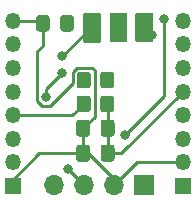
<source format=gbl>
%TF.GenerationSoftware,KiCad,Pcbnew,(5.1.8)-1*%
%TF.CreationDate,2021-05-26T13:43:35+02:00*%
%TF.ProjectId,attnode_v3_micro,6174746e-6f64-4655-9f76-335f6d696372,rev?*%
%TF.SameCoordinates,Original*%
%TF.FileFunction,Copper,L2,Bot*%
%TF.FilePolarity,Positive*%
%FSLAX46Y46*%
G04 Gerber Fmt 4.6, Leading zero omitted, Abs format (unit mm)*
G04 Created by KiCad (PCBNEW (5.1.8)-1) date 2021-05-26 13:43:35*
%MOMM*%
%LPD*%
G01*
G04 APERTURE LIST*
%TA.AperFunction,ComponentPad*%
%ADD10O,1.700000X1.700000*%
%TD*%
%TA.AperFunction,ComponentPad*%
%ADD11R,1.700000X1.700000*%
%TD*%
%TA.AperFunction,ComponentPad*%
%ADD12R,1.350000X1.350000*%
%TD*%
%TA.AperFunction,ComponentPad*%
%ADD13O,1.350000X1.350000*%
%TD*%
%TA.AperFunction,ViaPad*%
%ADD14C,0.800000*%
%TD*%
%TA.AperFunction,Conductor*%
%ADD15C,0.250000*%
%TD*%
G04 APERTURE END LIST*
%TO.P,PRG1.1,1*%
%TO.N,RST*%
%TA.AperFunction,SMDPad,CuDef*%
G36*
G01*
X56880500Y-50350000D02*
X58179500Y-50350000D01*
G75*
G02*
X58280000Y-50450500I0J-100500D01*
G01*
X58280000Y-52749500D01*
G75*
G02*
X58179500Y-52850000I-100500J0D01*
G01*
X56880500Y-52850000D01*
G75*
G02*
X56780000Y-52749500I0J100500D01*
G01*
X56780000Y-50450500D01*
G75*
G02*
X56880500Y-50350000I100500J0D01*
G01*
G37*
%TD.AperFunction*%
%TD*%
%TO.P,PRG1.2,1*%
%TO.N,RX*%
%TA.AperFunction,SMDPad,CuDef*%
G36*
G01*
X59110500Y-50310000D02*
X60409500Y-50310000D01*
G75*
G02*
X60510000Y-50410500I0J-100500D01*
G01*
X60510000Y-52709500D01*
G75*
G02*
X60409500Y-52810000I-100500J0D01*
G01*
X59110500Y-52810000D01*
G75*
G02*
X59010000Y-52709500I0J100500D01*
G01*
X59010000Y-50410500D01*
G75*
G02*
X59110500Y-50310000I100500J0D01*
G01*
G37*
%TD.AperFunction*%
%TD*%
%TO.P,PRG1.3,1*%
%TO.N,TX*%
%TA.AperFunction,SMDPad,CuDef*%
G36*
G01*
X61300500Y-50310000D02*
X62599500Y-50310000D01*
G75*
G02*
X62700000Y-50410500I0J-100500D01*
G01*
X62700000Y-52709500D01*
G75*
G02*
X62599500Y-52810000I-100500J0D01*
G01*
X61300500Y-52810000D01*
G75*
G02*
X61200000Y-52709500I0J100500D01*
G01*
X61200000Y-50410500D01*
G75*
G02*
X61300500Y-50310000I100500J0D01*
G01*
G37*
%TD.AperFunction*%
%TD*%
D10*
%TO.P,I2C,4*%
%TO.N,SDA*%
X54330000Y-64930000D03*
%TO.P,I2C,3*%
%TO.N,SCL*%
X56870000Y-64930000D03*
%TO.P,I2C,2*%
%TO.N,GND*%
X59410000Y-64930000D03*
D11*
%TO.P,I2C,1*%
%TO.N,+3V3*%
X61950000Y-64930000D03*
%TD*%
%TO.P,C1,1*%
%TO.N,+3V3*%
%TA.AperFunction,SMDPad,CuDef*%
G36*
G01*
X59425000Y-61745000D02*
X59425000Y-62695000D01*
G75*
G02*
X59175000Y-62945000I-250000J0D01*
G01*
X58500000Y-62945000D01*
G75*
G02*
X58250000Y-62695000I0J250000D01*
G01*
X58250000Y-61745000D01*
G75*
G02*
X58500000Y-61495000I250000J0D01*
G01*
X59175000Y-61495000D01*
G75*
G02*
X59425000Y-61745000I0J-250000D01*
G01*
G37*
%TD.AperFunction*%
%TO.P,C1,2*%
%TO.N,GND*%
%TA.AperFunction,SMDPad,CuDef*%
G36*
G01*
X57350000Y-61745000D02*
X57350000Y-62695000D01*
G75*
G02*
X57100000Y-62945000I-250000J0D01*
G01*
X56425000Y-62945000D01*
G75*
G02*
X56175000Y-62695000I0J250000D01*
G01*
X56175000Y-61745000D01*
G75*
G02*
X56425000Y-61495000I250000J0D01*
G01*
X57100000Y-61495000D01*
G75*
G02*
X57350000Y-61745000I0J-250000D01*
G01*
G37*
%TD.AperFunction*%
%TD*%
%TO.P,C2,2*%
%TO.N,GND*%
%TA.AperFunction,SMDPad,CuDef*%
G36*
G01*
X57350000Y-59625000D02*
X57350000Y-60575000D01*
G75*
G02*
X57100000Y-60825000I-250000J0D01*
G01*
X56425000Y-60825000D01*
G75*
G02*
X56175000Y-60575000I0J250000D01*
G01*
X56175000Y-59625000D01*
G75*
G02*
X56425000Y-59375000I250000J0D01*
G01*
X57100000Y-59375000D01*
G75*
G02*
X57350000Y-59625000I0J-250000D01*
G01*
G37*
%TD.AperFunction*%
%TO.P,C2,1*%
%TO.N,+3V3*%
%TA.AperFunction,SMDPad,CuDef*%
G36*
G01*
X59425000Y-59625000D02*
X59425000Y-60575000D01*
G75*
G02*
X59175000Y-60825000I-250000J0D01*
G01*
X58500000Y-60825000D01*
G75*
G02*
X58250000Y-60575000I0J250000D01*
G01*
X58250000Y-59625000D01*
G75*
G02*
X58500000Y-59375000I250000J0D01*
G01*
X59175000Y-59375000D01*
G75*
G02*
X59425000Y-59625000I0J-250000D01*
G01*
G37*
%TD.AperFunction*%
%TD*%
%TO.P,D1,1*%
%TO.N,GND*%
%TA.AperFunction,SMDPad,CuDef*%
G36*
G01*
X52780000Y-51670001D02*
X52780000Y-50769999D01*
G75*
G02*
X53029999Y-50520000I249999J0D01*
G01*
X53680001Y-50520000D01*
G75*
G02*
X53930000Y-50769999I0J-249999D01*
G01*
X53930000Y-51670001D01*
G75*
G02*
X53680001Y-51920000I-249999J0D01*
G01*
X53029999Y-51920000D01*
G75*
G02*
X52780000Y-51670001I0J249999D01*
G01*
G37*
%TD.AperFunction*%
%TO.P,D1,2*%
%TO.N,Net-(D1-Pad2)*%
%TA.AperFunction,SMDPad,CuDef*%
G36*
G01*
X54830000Y-51670001D02*
X54830000Y-50769999D01*
G75*
G02*
X55079999Y-50520000I249999J0D01*
G01*
X55730001Y-50520000D01*
G75*
G02*
X55980000Y-50769999I0J-249999D01*
G01*
X55980000Y-51670001D01*
G75*
G02*
X55730001Y-51920000I-249999J0D01*
G01*
X55079999Y-51920000D01*
G75*
G02*
X54830000Y-51670001I0J249999D01*
G01*
G37*
%TD.AperFunction*%
%TD*%
D12*
%TO.P,J1,1*%
%TO.N,GND*%
X50800000Y-65000000D03*
D13*
%TO.P,J1,2*%
%TO.N,N/C*%
X50800000Y-63000000D03*
%TO.P,J1,3*%
X50800000Y-61000000D03*
%TO.P,J1,4*%
%TO.N,NSS*%
X50800000Y-59000000D03*
%TO.P,J1,5*%
%TO.N,SCK*%
X50800000Y-57000000D03*
%TO.P,J1,6*%
%TO.N,MOSI*%
X50800000Y-55000000D03*
%TO.P,J1,7*%
%TO.N,MISO*%
X50800000Y-53000000D03*
%TO.P,J1,8*%
%TO.N,GND*%
X50800000Y-51000000D03*
%TD*%
%TO.P,J2,8*%
%TO.N,N/C*%
X65200000Y-51000000D03*
%TO.P,J2,7*%
%TO.N,DIO1*%
X65200000Y-53000000D03*
%TO.P,J2,6*%
%TO.N,DIO0*%
X65200000Y-55000000D03*
%TO.P,J2,5*%
%TO.N,+3V3*%
X65200000Y-57000000D03*
%TO.P,J2,4*%
%TO.N,N/C*%
X65200000Y-59000000D03*
%TO.P,J2,3*%
X65200000Y-61000000D03*
%TO.P,J2,2*%
%TO.N,GND*%
X65200000Y-63000000D03*
D12*
%TO.P,J2,1*%
%TO.N,N/C*%
X65200000Y-65000000D03*
%TD*%
%TO.P,R1,1*%
%TO.N,NSS*%
%TA.AperFunction,SMDPad,CuDef*%
G36*
G01*
X56210000Y-58500001D02*
X56210000Y-57599999D01*
G75*
G02*
X56459999Y-57350000I249999J0D01*
G01*
X57160001Y-57350000D01*
G75*
G02*
X57410000Y-57599999I0J-249999D01*
G01*
X57410000Y-58500001D01*
G75*
G02*
X57160001Y-58750000I-249999J0D01*
G01*
X56459999Y-58750000D01*
G75*
G02*
X56210000Y-58500001I0J249999D01*
G01*
G37*
%TD.AperFunction*%
%TO.P,R1,2*%
%TO.N,+3V3*%
%TA.AperFunction,SMDPad,CuDef*%
G36*
G01*
X58210000Y-58500001D02*
X58210000Y-57599999D01*
G75*
G02*
X58459999Y-57350000I249999J0D01*
G01*
X59160001Y-57350000D01*
G75*
G02*
X59410000Y-57599999I0J-249999D01*
G01*
X59410000Y-58500001D01*
G75*
G02*
X59160001Y-58750000I-249999J0D01*
G01*
X58459999Y-58750000D01*
G75*
G02*
X58210000Y-58500001I0J249999D01*
G01*
G37*
%TD.AperFunction*%
%TD*%
%TO.P,R2,2*%
%TO.N,LED*%
%TA.AperFunction,SMDPad,CuDef*%
G36*
G01*
X58210000Y-56480001D02*
X58210000Y-55579999D01*
G75*
G02*
X58459999Y-55330000I249999J0D01*
G01*
X59160001Y-55330000D01*
G75*
G02*
X59410000Y-55579999I0J-249999D01*
G01*
X59410000Y-56480001D01*
G75*
G02*
X59160001Y-56730000I-249999J0D01*
G01*
X58459999Y-56730000D01*
G75*
G02*
X58210000Y-56480001I0J249999D01*
G01*
G37*
%TD.AperFunction*%
%TO.P,R2,1*%
%TO.N,Net-(D1-Pad2)*%
%TA.AperFunction,SMDPad,CuDef*%
G36*
G01*
X56210000Y-56480001D02*
X56210000Y-55579999D01*
G75*
G02*
X56459999Y-55330000I249999J0D01*
G01*
X57160001Y-55330000D01*
G75*
G02*
X57410000Y-55579999I0J-249999D01*
G01*
X57410000Y-56480001D01*
G75*
G02*
X57160001Y-56730000I-249999J0D01*
G01*
X56459999Y-56730000D01*
G75*
G02*
X56210000Y-56480001I0J249999D01*
G01*
G37*
%TD.AperFunction*%
%TD*%
D14*
%TO.N,+3V3*%
X58803750Y-62253750D03*
%TO.N,Net-(D1-Pad2)*%
X55410000Y-51230000D03*
X56760000Y-56140000D03*
%TO.N,RST*%
X54990000Y-54020000D03*
X57550000Y-51670000D03*
X54960000Y-55430000D03*
X53600000Y-57470000D03*
%TO.N,NSS*%
X56810000Y-58050000D03*
%TO.N,SCL*%
X55460000Y-63540000D03*
%TO.N,SDA*%
X63640000Y-50860000D03*
X60340000Y-60670000D03*
%TO.N,TX*%
X62620000Y-52190000D03*
%TO.N,RX*%
X59790000Y-51700000D03*
%TO.N,LED*%
X58900000Y-56170000D03*
%TD*%
D15*
%TO.N,GND*%
X56762500Y-62220000D02*
X56762500Y-60100000D01*
X50800000Y-64480002D02*
X50800000Y-65000000D01*
X53060002Y-62220000D02*
X50800000Y-64480002D01*
X56762500Y-62220000D02*
X53060002Y-62220000D01*
X61340000Y-63000000D02*
X59410000Y-64930000D01*
X65200000Y-63000000D02*
X61340000Y-63000000D01*
X57211810Y-62220000D02*
X56762500Y-62220000D01*
X59410000Y-64418190D02*
X57211810Y-62220000D01*
X59410000Y-64930000D02*
X59410000Y-64418190D01*
X57735010Y-59127490D02*
X56762500Y-60100000D01*
X57735010Y-55191840D02*
X57735010Y-59127490D01*
X50800000Y-51000000D02*
X53543170Y-51000000D01*
X53360000Y-53113002D02*
X53360000Y-51200000D01*
X55884990Y-55341820D02*
X56221820Y-55004990D01*
X55884990Y-56258012D02*
X55884990Y-55341820D01*
X53948001Y-58195001D02*
X55884990Y-56258012D01*
X56221820Y-55004990D02*
X57548160Y-55004990D01*
X53251999Y-58195001D02*
X53948001Y-58195001D01*
X52874999Y-57818001D02*
X53251999Y-58195001D01*
X52874999Y-53598003D02*
X52874999Y-57818001D01*
X57548160Y-55004990D02*
X57735010Y-55191840D01*
X53360000Y-53113002D02*
X52874999Y-53598003D01*
%TO.N,+3V3*%
X59980000Y-62220000D02*
X65200000Y-57000000D01*
X58837500Y-62220000D02*
X59980000Y-62220000D01*
X58837500Y-62220000D02*
X58837500Y-60100000D01*
X58837500Y-58077500D02*
X58810000Y-58050000D01*
X58837500Y-60100000D02*
X58837500Y-58077500D01*
X58803750Y-62253750D02*
X58837500Y-62220000D01*
%TO.N,RST*%
X53600000Y-56790000D02*
X54960000Y-55430000D01*
X53600000Y-57470000D02*
X53600000Y-56790000D01*
X57340000Y-51670000D02*
X57550000Y-51670000D01*
X54990000Y-54020000D02*
X57340000Y-51670000D01*
%TO.N,NSS*%
X55860000Y-59000000D02*
X56810000Y-58050000D01*
X50800000Y-59000000D02*
X55860000Y-59000000D01*
X56810000Y-58050000D02*
X56810000Y-58050000D01*
%TO.N,SCL*%
X56850000Y-64930000D02*
X55460000Y-63540000D01*
X56870000Y-64930000D02*
X56850000Y-64930000D01*
%TO.N,SDA*%
X60340000Y-60670000D02*
X60340000Y-60670000D01*
X60340000Y-60670000D02*
X63590000Y-57420000D01*
X63590000Y-50910000D02*
X63640000Y-50860000D01*
X63590000Y-57420000D02*
X63590000Y-50910000D01*
%TD*%
M02*

</source>
